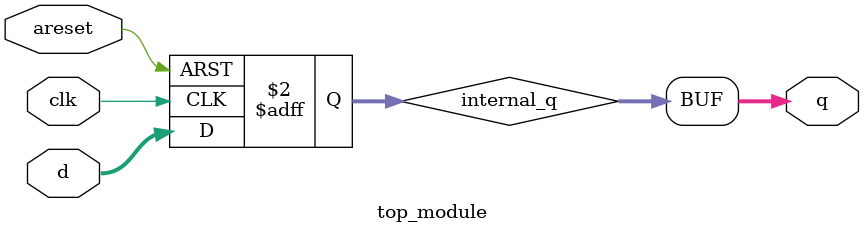
<source format=sv>
module top_module(
    input clk,
    input [7:0] d,
    input areset,
    output reg [7:0] q);

    reg [7:0] internal_q;

    always @(posedge clk or posedge areset) begin
        if (areset)
            internal_q <= 8'b0;
        else
            internal_q <= d;
    end

    assign q = internal_q;

endmodule

</source>
